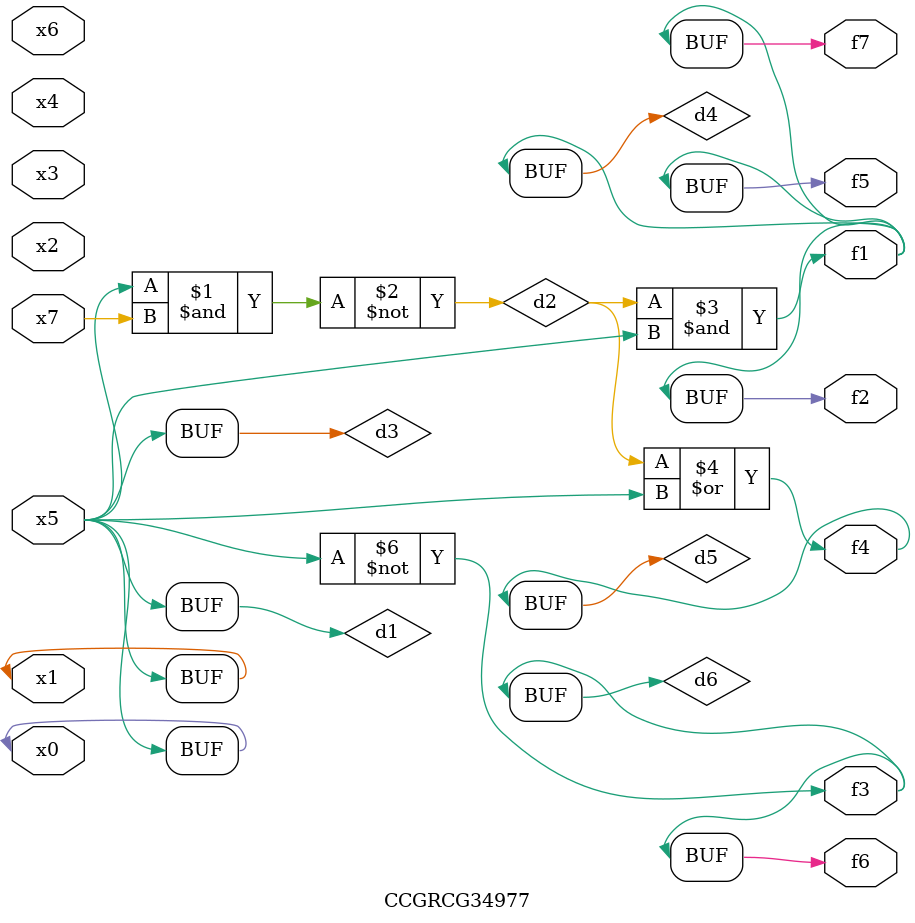
<source format=v>
module CCGRCG34977(
	input x0, x1, x2, x3, x4, x5, x6, x7,
	output f1, f2, f3, f4, f5, f6, f7
);

	wire d1, d2, d3, d4, d5, d6;

	buf (d1, x0, x5);
	nand (d2, x5, x7);
	buf (d3, x0, x1);
	and (d4, d2, d3);
	or (d5, d2, d3);
	nor (d6, d1, d3);
	assign f1 = d4;
	assign f2 = d4;
	assign f3 = d6;
	assign f4 = d5;
	assign f5 = d4;
	assign f6 = d6;
	assign f7 = d4;
endmodule

</source>
